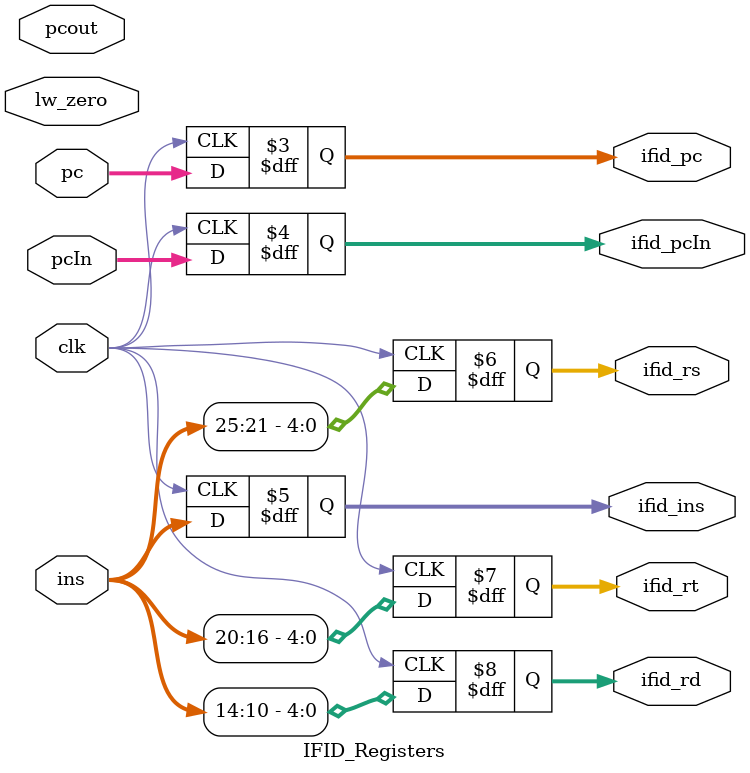
<source format=v>
`timescale 1ns / 1ps

module IFID_Registers(clk,pcout,lw_zero,pc,pcIn,ins,ifid_pc,ifid_pcIn,ifid_ins,ifid_rs,ifid_rt,ifid_rd);
input clk,lw_zero;
input [31:0]pc,pcout;
input [31:0]pcIn;
input [31:0]ins;
output reg[31:0]ifid_pc;
output reg[31:0]ifid_pcIn;
output reg[31:0]ifid_ins;
output reg[4:0]ifid_rs;
output reg[4:0]ifid_rt;
output reg[4:0]ifid_rd;
initial begin
ifid_pc<=0;
ifid_pcIn<=0;
ifid_ins<=0;
ifid_rs<=0;
ifid_rt<=0;
ifid_rd<=0;
end
always@(posedge clk)begin
ifid_pc=pc;
ifid_pcIn=pcIn;
ifid_ins=ins;
ifid_rs=ins[25:21];
ifid_rt=ins[20:16];
ifid_rd=ins[15:10];
end
endmodule

</source>
